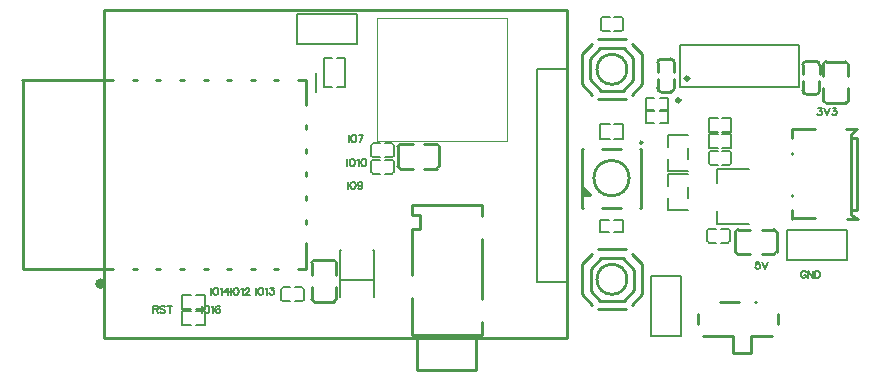
<source format=gto>
G04 Layer: TopSilkscreenLayer*
G04 EasyEDA v6.5.5, 2022-06-30 21:59:10*
G04 844943e940ba41f192d5fd3784e3f5d8,9c416354eb984020824aaf9c885bead6,10*
G04 Gerber Generator version 0.2*
G04 Scale: 100 percent, Rotated: No, Reflected: No *
G04 Dimensions in inches *
G04 leading zeros omitted , absolute positions ,3 integer and 6 decimal *
%FSLAX36Y36*%
%MOIN*%

%ADD10C,0.0100*%
%ADD43C,0.0059*%
%ADD44C,0.0060*%
%ADD45C,0.0080*%
%ADD46C,0.0080*%
%ADD47C,0.0039*%
%ADD48C,0.0197*%
%ADD49C,0.0118*%

%LPD*%
D46*
X714349Y339290D02*
G01*
X714349Y273789D01*
D44*
X2386300Y221199D02*
G01*
X2398800Y221199D01*
X2391999Y212100D01*
X2395399Y212100D01*
X2397600Y210999D01*
X2398800Y209899D01*
X2399899Y206500D01*
X2399899Y204200D01*
X2398800Y200799D01*
X2396499Y198499D01*
X2393100Y197399D01*
X2389700Y197399D01*
X2386300Y198499D01*
X2385100Y199600D01*
X2383999Y201900D01*
X2407399Y221199D02*
G01*
X2416499Y197399D01*
X2425600Y221199D02*
G01*
X2416499Y197399D01*
X2435399Y221199D02*
G01*
X2447899Y221199D01*
X2441000Y212100D01*
X2444499Y212100D01*
X2446700Y210999D01*
X2447899Y209899D01*
X2448999Y206500D01*
X2448999Y204200D01*
X2447899Y200799D01*
X2445600Y198499D01*
X2442200Y197399D01*
X2438800Y197399D01*
X2435399Y198499D01*
X2434200Y199600D01*
X2433100Y201900D01*
X2191599Y-290799D02*
G01*
X2180299Y-290799D01*
X2179099Y-300999D01*
X2180299Y-299899D01*
X2183699Y-298699D01*
X2187100Y-298699D01*
X2190500Y-299899D01*
X2192799Y-302100D01*
X2193900Y-305500D01*
X2193900Y-307800D01*
X2192799Y-311199D01*
X2190500Y-313499D01*
X2187100Y-314600D01*
X2183699Y-314600D01*
X2180299Y-313499D01*
X2179099Y-312399D01*
X2178000Y-310100D01*
X2201400Y-290799D02*
G01*
X2210500Y-314600D01*
X2219600Y-290799D02*
G01*
X2210500Y-314600D01*
X2346999Y-326500D02*
G01*
X2345900Y-324200D01*
X2343599Y-321900D01*
X2341400Y-320799D01*
X2336800Y-320799D01*
X2334499Y-321900D01*
X2332299Y-324200D01*
X2331099Y-326500D01*
X2330000Y-329899D01*
X2330000Y-335500D01*
X2331099Y-339000D01*
X2332299Y-341199D01*
X2334499Y-343499D01*
X2336800Y-344600D01*
X2341400Y-344600D01*
X2343599Y-343499D01*
X2345900Y-341199D01*
X2346999Y-339000D01*
X2346999Y-335500D01*
X2341400Y-335500D02*
G01*
X2346999Y-335500D01*
X2354499Y-320799D02*
G01*
X2354499Y-344600D01*
X2354499Y-320799D02*
G01*
X2370500Y-344600D01*
X2370500Y-320799D02*
G01*
X2370500Y-344600D01*
X2378000Y-320799D02*
G01*
X2378000Y-344600D01*
X2378000Y-320799D02*
G01*
X2385900Y-320799D01*
X2389300Y-321900D01*
X2391599Y-324200D01*
X2392700Y-326500D01*
X2393900Y-329899D01*
X2393900Y-335500D01*
X2392700Y-339000D01*
X2391599Y-341199D01*
X2389300Y-343499D01*
X2385900Y-344600D01*
X2378000Y-344600D01*
X821999Y131199D02*
G01*
X821999Y107399D01*
X836300Y131199D02*
G01*
X833999Y130100D01*
X831800Y127800D01*
X830600Y125500D01*
X829499Y122100D01*
X829499Y116500D01*
X830600Y113000D01*
X831800Y110799D01*
X833999Y108499D01*
X836300Y107399D01*
X840900Y107399D01*
X843100Y108499D01*
X845399Y110799D01*
X846499Y113000D01*
X847700Y116500D01*
X847700Y122100D01*
X846499Y125500D01*
X845399Y127800D01*
X843100Y130100D01*
X840900Y131199D01*
X836300Y131199D01*
X871099Y131199D02*
G01*
X859700Y107399D01*
X855200Y131199D02*
G01*
X871099Y131199D01*
X820000Y-24800D02*
G01*
X820000Y-48600D01*
X834300Y-24800D02*
G01*
X831999Y-25900D01*
X829799Y-28200D01*
X828599Y-30500D01*
X827500Y-33899D01*
X827500Y-39499D01*
X828599Y-43000D01*
X829799Y-45199D01*
X831999Y-47500D01*
X834300Y-48600D01*
X838900Y-48600D01*
X841099Y-47500D01*
X843400Y-45199D01*
X844499Y-43000D01*
X845699Y-39499D01*
X845699Y-33899D01*
X844499Y-30500D01*
X843400Y-28200D01*
X841099Y-25900D01*
X838900Y-24800D01*
X834300Y-24800D01*
X868000Y-32699D02*
G01*
X866800Y-36100D01*
X864499Y-38400D01*
X861099Y-39499D01*
X860000Y-39499D01*
X856599Y-38400D01*
X854300Y-36100D01*
X853199Y-32699D01*
X853199Y-31599D01*
X854300Y-28200D01*
X856599Y-25900D01*
X860000Y-24800D01*
X861099Y-24800D01*
X864499Y-25900D01*
X866800Y-28200D01*
X868000Y-32699D01*
X868000Y-38400D01*
X866800Y-44099D01*
X864499Y-47500D01*
X861099Y-48600D01*
X858900Y-48600D01*
X855500Y-47500D01*
X854300Y-45199D01*
X818000Y51199D02*
G01*
X818000Y27399D01*
X832299Y51199D02*
G01*
X830000Y50100D01*
X827799Y47800D01*
X826599Y45500D01*
X825500Y42100D01*
X825500Y36500D01*
X826599Y33000D01*
X827799Y30799D01*
X830000Y28499D01*
X832299Y27399D01*
X836899Y27399D01*
X839099Y28499D01*
X841400Y30799D01*
X842500Y33000D01*
X843699Y36500D01*
X843699Y42100D01*
X842500Y45500D01*
X841400Y47800D01*
X839099Y50100D01*
X836899Y51199D01*
X832299Y51199D01*
X851199Y46700D02*
G01*
X853500Y47800D01*
X856899Y51199D01*
X856899Y27399D01*
X871199Y51199D02*
G01*
X867799Y50100D01*
X865500Y46700D01*
X864399Y40999D01*
X864399Y37600D01*
X865500Y31900D01*
X867799Y28499D01*
X871199Y27399D01*
X873500Y27399D01*
X876899Y28499D01*
X879099Y31900D01*
X880299Y37600D01*
X880299Y40999D01*
X879099Y46700D01*
X876899Y50100D01*
X873500Y51199D01*
X871199Y51199D01*
X430000Y-378800D02*
G01*
X430000Y-402600D01*
X444299Y-378800D02*
G01*
X441999Y-379899D01*
X439800Y-382199D01*
X438600Y-384499D01*
X437500Y-387899D01*
X437500Y-393499D01*
X438600Y-396999D01*
X439800Y-399200D01*
X441999Y-401500D01*
X444299Y-402600D01*
X448899Y-402600D01*
X451100Y-401500D01*
X453400Y-399200D01*
X454499Y-396999D01*
X455700Y-393499D01*
X455700Y-387899D01*
X454499Y-384499D01*
X453400Y-382199D01*
X451100Y-379899D01*
X448899Y-378800D01*
X444299Y-378800D01*
X463200Y-383299D02*
G01*
X465500Y-382199D01*
X468899Y-378800D01*
X468899Y-402600D01*
X477500Y-384499D02*
G01*
X477500Y-383299D01*
X478600Y-380999D01*
X479800Y-379899D01*
X481999Y-378800D01*
X486599Y-378800D01*
X488899Y-379899D01*
X490000Y-380999D01*
X491100Y-383299D01*
X491100Y-385599D01*
X490000Y-387899D01*
X487699Y-391300D01*
X476399Y-402600D01*
X492300Y-402600D01*
X511999Y-377800D02*
G01*
X511999Y-401599D01*
X526300Y-377800D02*
G01*
X524000Y-378899D01*
X521799Y-381199D01*
X520599Y-383499D01*
X519499Y-386900D01*
X519499Y-392500D01*
X520599Y-395999D01*
X521799Y-398200D01*
X524000Y-400500D01*
X526300Y-401599D01*
X530900Y-401599D01*
X533099Y-400500D01*
X535399Y-398200D01*
X536500Y-395999D01*
X537699Y-392500D01*
X537699Y-386900D01*
X536500Y-383499D01*
X535399Y-381199D01*
X533099Y-378899D01*
X530900Y-377800D01*
X526300Y-377800D01*
X545199Y-382300D02*
G01*
X547500Y-381199D01*
X550900Y-377800D01*
X550900Y-401599D01*
X560599Y-377800D02*
G01*
X573099Y-377800D01*
X566300Y-386900D01*
X569699Y-386900D01*
X571999Y-388000D01*
X573099Y-389099D01*
X574299Y-392500D01*
X574299Y-394800D01*
X573099Y-398200D01*
X570900Y-400500D01*
X567500Y-401599D01*
X564000Y-401599D01*
X560599Y-400500D01*
X559499Y-399400D01*
X558400Y-397100D01*
X361999Y-377800D02*
G01*
X361999Y-401599D01*
X376300Y-377800D02*
G01*
X374000Y-378899D01*
X371799Y-381199D01*
X370599Y-383499D01*
X369499Y-386900D01*
X369499Y-392500D01*
X370599Y-395999D01*
X371799Y-398200D01*
X374000Y-400500D01*
X376300Y-401599D01*
X380900Y-401599D01*
X383099Y-400500D01*
X385399Y-398200D01*
X386500Y-395999D01*
X387699Y-392500D01*
X387699Y-386900D01*
X386500Y-383499D01*
X385399Y-381199D01*
X383099Y-378899D01*
X380900Y-377800D01*
X376300Y-377800D01*
X395199Y-382300D02*
G01*
X397500Y-381199D01*
X400900Y-377800D01*
X400900Y-401599D01*
X419699Y-377800D02*
G01*
X408400Y-393699D01*
X425399Y-393699D01*
X419699Y-377800D02*
G01*
X419699Y-401599D01*
X331999Y-438800D02*
G01*
X331999Y-462600D01*
X346300Y-438800D02*
G01*
X344000Y-439899D01*
X341799Y-442199D01*
X340599Y-444499D01*
X339499Y-447899D01*
X339499Y-453499D01*
X340599Y-456999D01*
X341799Y-459200D01*
X344000Y-461500D01*
X346300Y-462600D01*
X350900Y-462600D01*
X353099Y-461500D01*
X355399Y-459200D01*
X356500Y-456999D01*
X357699Y-453499D01*
X357699Y-447899D01*
X356500Y-444499D01*
X355399Y-442199D01*
X353099Y-439899D01*
X350900Y-438800D01*
X346300Y-438800D01*
X365199Y-443299D02*
G01*
X367500Y-442199D01*
X370900Y-438800D01*
X370900Y-462600D01*
X391999Y-442199D02*
G01*
X390900Y-439899D01*
X387500Y-438800D01*
X385199Y-438800D01*
X381799Y-439899D01*
X379499Y-443299D01*
X378400Y-449000D01*
X378400Y-454699D01*
X379499Y-459200D01*
X381799Y-461500D01*
X385199Y-462600D01*
X386300Y-462600D01*
X389699Y-461500D01*
X391999Y-459200D01*
X393099Y-455799D01*
X393099Y-454699D01*
X391999Y-451300D01*
X389699Y-449000D01*
X386300Y-447899D01*
X385199Y-447899D01*
X381799Y-449000D01*
X379499Y-451300D01*
X378400Y-454699D01*
X170999Y-438800D02*
G01*
X170999Y-462600D01*
X170999Y-438800D02*
G01*
X181199Y-438800D01*
X184600Y-439899D01*
X185799Y-440999D01*
X186900Y-443299D01*
X186900Y-445599D01*
X185799Y-447899D01*
X184600Y-449000D01*
X181199Y-450100D01*
X170999Y-450100D01*
X179000Y-450100D02*
G01*
X186900Y-462600D01*
X210300Y-442199D02*
G01*
X208000Y-439899D01*
X204600Y-438800D01*
X200100Y-438800D01*
X196700Y-439899D01*
X194400Y-442199D01*
X194400Y-444499D01*
X195500Y-446700D01*
X196700Y-447899D01*
X199000Y-449000D01*
X205799Y-451300D01*
X208000Y-452399D01*
X209200Y-453499D01*
X210300Y-455799D01*
X210300Y-459200D01*
X208000Y-461500D01*
X204600Y-462600D01*
X200100Y-462600D01*
X196700Y-461500D01*
X194400Y-459200D01*
X225799Y-438800D02*
G01*
X225799Y-462600D01*
X217800Y-438800D02*
G01*
X233699Y-438800D01*
G36*
X788880Y-393900D02*
G01*
X788880Y-411900D01*
X797220Y-411900D01*
X797220Y-393900D01*
G37*
G36*
X902780Y-393900D02*
G01*
X902780Y-411900D01*
X911120Y-411900D01*
X911120Y-393900D01*
G37*
G36*
X1600120Y-40080D02*
G01*
X1600120Y-63720D01*
X1604040Y-67640D01*
X1627680Y-67640D01*
G37*
D10*
X1268109Y-535475D02*
G01*
X1031890Y-535475D01*
X1031890Y-102406D02*
G01*
X1268109Y-102404D01*
X1248424Y-535475D02*
G01*
X1248424Y-653584D01*
X1248424Y-653584D02*
G01*
X1051575Y-653584D01*
X1051575Y-535475D02*
G01*
X1051575Y-653584D01*
X1031899Y-181174D02*
G01*
X1059399Y-181174D01*
X1059399Y-133874D01*
X1031899Y-133874D01*
X1031899Y-102375D01*
X1268109Y-535475D02*
G01*
X1268109Y-491424D01*
X1268109Y-414169D02*
G01*
X1268109Y-215835D01*
X1268109Y-138580D02*
G01*
X1268109Y-102404D01*
X1031890Y-535475D02*
G01*
X1031890Y-412685D01*
X1031890Y-335430D02*
G01*
X1031890Y-181174D01*
D43*
X642085Y-423625D02*
G01*
X666496Y-423625D01*
X627910Y-423625D02*
G01*
X603503Y-423625D01*
X627910Y-376379D02*
G01*
X603503Y-376379D01*
X597595Y-384252D02*
G01*
X597595Y-415747D01*
X642085Y-376379D02*
G01*
X666496Y-376379D01*
X672399Y-384252D02*
G01*
X672399Y-415747D01*
X597595Y-382287D02*
G01*
X597595Y-384252D01*
X597595Y-417716D02*
G01*
X597595Y-415747D01*
X672399Y-382283D02*
G01*
X672399Y-384252D01*
X672399Y-417721D02*
G01*
X672399Y-415747D01*
X1707084Y476374D02*
G01*
X1731495Y476374D01*
X1692910Y476374D02*
G01*
X1668504Y476374D01*
X1692910Y523620D02*
G01*
X1668504Y523620D01*
X1662595Y515747D02*
G01*
X1662595Y484252D01*
X1707084Y523620D02*
G01*
X1731495Y523620D01*
X1737399Y515747D02*
G01*
X1737399Y484252D01*
X1662595Y517712D02*
G01*
X1662595Y515747D01*
X1662595Y482283D02*
G01*
X1662595Y484252D01*
X1737399Y517716D02*
G01*
X1737399Y515747D01*
X1737399Y482278D02*
G01*
X1737399Y484252D01*
X942084Y1374D02*
G01*
X966495Y1374D01*
X927910Y1374D02*
G01*
X903504Y1374D01*
X927910Y48620D02*
G01*
X903504Y48620D01*
X897595Y40747D02*
G01*
X897595Y9252D01*
X942084Y48620D02*
G01*
X966495Y48620D01*
X972399Y40747D02*
G01*
X972399Y9252D01*
X897595Y42712D02*
G01*
X897595Y40747D01*
X897595Y7283D02*
G01*
X897595Y9252D01*
X972399Y42716D02*
G01*
X972399Y40747D01*
X972399Y7278D02*
G01*
X972399Y9252D01*
X2062084Y-228625D02*
G01*
X2086495Y-228625D01*
X2047910Y-228625D02*
G01*
X2023504Y-228625D01*
X2047910Y-181379D02*
G01*
X2023504Y-181379D01*
X2017595Y-189252D02*
G01*
X2017595Y-220747D01*
X2062084Y-181379D02*
G01*
X2086495Y-181379D01*
X2092399Y-189252D02*
G01*
X2092399Y-220747D01*
X2017595Y-187287D02*
G01*
X2017595Y-189252D01*
X2017595Y-222716D02*
G01*
X2017595Y-220747D01*
X2092399Y-187283D02*
G01*
X2092399Y-189252D01*
X2092399Y-222721D02*
G01*
X2092399Y-220747D01*
X2067084Y31374D02*
G01*
X2091495Y31374D01*
X2052910Y31374D02*
G01*
X2028504Y31374D01*
X2052910Y78620D02*
G01*
X2028504Y78620D01*
X2022595Y70747D02*
G01*
X2022595Y39252D01*
X2067084Y78620D02*
G01*
X2091495Y78620D01*
X2097399Y70747D02*
G01*
X2097399Y39252D01*
X2022595Y72712D02*
G01*
X2022595Y70747D01*
X2022595Y37283D02*
G01*
X2022595Y39252D01*
X2097399Y72716D02*
G01*
X2097399Y70747D01*
X2097399Y37278D02*
G01*
X2097399Y39252D01*
D10*
X771496Y-423899D02*
G01*
X708503Y-423899D01*
X771496Y-286100D02*
G01*
X708503Y-286102D01*
X699054Y-374684D02*
G01*
X699054Y-416023D01*
X780945Y-374684D02*
G01*
X780945Y-416023D01*
X699054Y-335315D02*
G01*
X699054Y-293976D01*
X780945Y-335315D02*
G01*
X780945Y-293976D01*
X772281Y-286100D02*
G01*
X771496Y-286100D01*
X773068Y-286100D02*
G01*
X771496Y-286100D01*
X706930Y-286102D02*
G01*
X708503Y-286102D01*
X773068Y-423899D02*
G01*
X771496Y-423899D01*
X706930Y-423899D02*
G01*
X708503Y-423899D01*
X986100Y28503D02*
G01*
X986100Y91496D01*
X1123899Y28503D02*
G01*
X1123897Y91496D01*
X1035315Y100945D02*
G01*
X993977Y100945D01*
X1035315Y19054D02*
G01*
X993977Y19054D01*
X1074684Y100945D02*
G01*
X1116022Y100945D01*
X1074684Y19054D02*
G01*
X1116022Y19054D01*
X1123899Y27719D02*
G01*
X1123899Y28503D01*
X1123899Y26930D02*
G01*
X1123899Y28503D01*
X1123897Y93069D02*
G01*
X1123897Y91496D01*
X986100Y26930D02*
G01*
X986100Y28503D01*
X986100Y93069D02*
G01*
X986100Y91496D01*
X2111100Y-256496D02*
G01*
X2111100Y-193503D01*
X2248899Y-256496D02*
G01*
X2248897Y-193503D01*
X2160315Y-184054D02*
G01*
X2118977Y-184054D01*
X2160315Y-265945D02*
G01*
X2118977Y-265945D01*
X2199684Y-184054D02*
G01*
X2241022Y-184054D01*
X2199684Y-265945D02*
G01*
X2241022Y-265945D01*
X2248899Y-257280D02*
G01*
X2248899Y-256496D01*
X2248899Y-258069D02*
G01*
X2248899Y-256496D01*
X2248897Y-191930D02*
G01*
X2248897Y-193503D01*
X2111100Y-258069D02*
G01*
X2111100Y-256496D01*
X2111100Y-191930D02*
G01*
X2111100Y-193503D01*
X2414503Y375898D02*
G01*
X2477496Y375898D01*
X2414503Y238101D02*
G01*
X2477497Y238101D01*
X2486944Y326685D02*
G01*
X2486944Y368022D01*
X2405055Y326685D02*
G01*
X2405055Y368022D01*
X2486944Y287314D02*
G01*
X2486944Y245976D01*
X2405055Y287314D02*
G01*
X2405055Y245976D01*
X2413719Y238101D02*
G01*
X2414503Y238101D01*
X2412930Y238101D02*
G01*
X2414503Y238101D01*
X2479070Y238101D02*
G01*
X2477497Y238101D01*
X2412930Y375898D02*
G01*
X2414503Y375898D01*
X2479068Y375898D02*
G01*
X2477496Y375898D01*
D44*
X908118Y-352728D02*
G01*
X791881Y-352728D01*
X908118Y-253103D02*
G01*
X908118Y-396896D01*
X791881Y-253103D02*
G01*
X791881Y-396896D01*
X908118Y-253103D02*
G01*
X904772Y-253103D01*
X791881Y-253103D02*
G01*
X795227Y-253103D01*
D10*
X1864260Y384724D02*
G01*
X1895757Y384724D01*
X1852061Y341033D02*
G01*
X1852061Y372528D01*
X1907953Y341033D02*
G01*
X1907953Y372528D01*
X1851832Y318360D02*
G01*
X1851832Y286864D01*
X1864031Y274666D02*
G01*
X1895525Y274666D01*
X1907722Y318360D02*
G01*
X1907722Y286864D01*
X2348261Y376725D02*
G01*
X2379758Y376725D01*
X2336062Y333033D02*
G01*
X2336062Y364529D01*
X2391953Y333033D02*
G01*
X2391953Y364529D01*
X2335833Y310360D02*
G01*
X2335833Y278865D01*
X2348031Y266667D02*
G01*
X2379525Y266667D01*
X2391723Y310360D02*
G01*
X2391723Y278865D01*
D43*
X1661602Y119376D02*
G01*
X1661602Y166622D01*
X1691917Y119376D02*
G01*
X1661602Y119376D01*
X1736406Y119376D02*
G01*
X1736406Y166622D01*
X1706091Y119376D02*
G01*
X1736406Y119376D01*
X1706091Y166622D02*
G01*
X1736406Y166622D01*
X1691917Y166622D02*
G01*
X1661602Y166622D01*
X2022602Y141377D02*
G01*
X2022602Y188622D01*
X2052917Y141377D02*
G01*
X2022602Y141377D01*
X2097407Y141377D02*
G01*
X2097407Y188622D01*
X2067092Y141377D02*
G01*
X2097407Y141377D01*
X2067092Y188622D02*
G01*
X2097407Y188622D01*
X2052917Y188622D02*
G01*
X2022602Y188622D01*
X267602Y-503622D02*
G01*
X267602Y-456377D01*
X297917Y-503622D02*
G01*
X267602Y-503622D01*
X342406Y-503622D02*
G01*
X342406Y-456377D01*
X312091Y-503622D02*
G01*
X342406Y-503622D01*
X312091Y-456377D02*
G01*
X342406Y-456377D01*
X297917Y-456377D02*
G01*
X267602Y-456377D01*
X267602Y-448622D02*
G01*
X267602Y-401377D01*
X297917Y-448622D02*
G01*
X267602Y-448622D01*
X342406Y-448622D02*
G01*
X342406Y-401377D01*
X312091Y-448622D02*
G01*
X342406Y-448622D01*
X312091Y-401377D02*
G01*
X342406Y-401377D01*
X297917Y-401377D02*
G01*
X267602Y-401377D01*
D45*
X1930000Y-540000D02*
G01*
X1930000Y-415000D01*
D46*
X1930000Y-540000D02*
G01*
X1830000Y-540000D01*
X1830000Y-340000D01*
X1930000Y-340000D01*
X1930000Y-415000D01*
X1550000Y275000D02*
G01*
X1550000Y350000D01*
X1450000Y350000D01*
X1450000Y-360000D01*
X1550000Y-360000D01*
X1550000Y-250000D01*
D45*
X1550000Y-250000D02*
G01*
X1550000Y275000D01*
D10*
X6156Y-314960D02*
G01*
X6156Y315001D01*
X-264765Y1D02*
G01*
X-264765Y315001D01*
X37157Y315001D02*
G01*
X-265001Y315001D01*
X115898Y315001D02*
G01*
X102602Y315001D01*
X194637Y315001D02*
G01*
X181341Y315001D01*
X273377Y315001D02*
G01*
X260082Y315001D01*
X352118Y315001D02*
G01*
X338822Y315001D01*
X430859Y315001D02*
G01*
X417563Y315001D01*
X509598Y315001D02*
G01*
X496302Y315001D01*
X588339Y315001D02*
G01*
X575043Y315001D01*
X679998Y229573D02*
G01*
X679998Y315001D01*
X653782Y315001D01*
X679998Y150832D02*
G01*
X679998Y164128D01*
X679998Y72092D02*
G01*
X679998Y85389D01*
X679998Y-6648D02*
G01*
X679998Y6649D01*
X679998Y-85387D02*
G01*
X679998Y-72091D01*
X679998Y-164128D02*
G01*
X679998Y-150832D01*
X653782Y-314960D02*
G01*
X679998Y-314960D01*
X679998Y-229571D01*
X575043Y-314960D02*
G01*
X588339Y-314960D01*
X496302Y-314960D02*
G01*
X509598Y-314960D01*
X417563Y-314960D02*
G01*
X430859Y-314960D01*
X338822Y-314960D02*
G01*
X352118Y-314960D01*
X260082Y-314960D02*
G01*
X273377Y-314960D01*
X181341Y-314960D02*
G01*
X194637Y-314960D01*
X102602Y-314960D02*
G01*
X115898Y-314960D01*
X-264765Y1D02*
G01*
X-264765Y-314960D01*
X37157Y-314960D01*
D46*
X850000Y535000D02*
G01*
X850000Y435000D01*
X650000Y435000D01*
X650000Y535000D01*
X725000Y535000D01*
D45*
X850000Y535000D02*
G01*
X725000Y535000D01*
D44*
X1953806Y130086D02*
G01*
X1886193Y130086D01*
X1886193Y89472D01*
X1953806Y9913D02*
G01*
X1886193Y9913D01*
X1886193Y50527D01*
X1953806Y87928D02*
G01*
X1953806Y52071D01*
X1953806Y86D02*
G01*
X1886193Y86D01*
X1886193Y-40527D01*
X1953806Y-120086D02*
G01*
X1886193Y-120086D01*
X1886193Y-79472D01*
X1953806Y-42071D02*
G01*
X1953806Y-77928D01*
X1858905Y209630D02*
G01*
X1887174Y209630D01*
X1887174Y170369D01*
X1858905Y170369D01*
X1841094Y209630D02*
G01*
X1812825Y209630D01*
X1812825Y170369D01*
X1841094Y170369D01*
X1858905Y254630D02*
G01*
X1887174Y254630D01*
X1887174Y215369D01*
X1858905Y215369D01*
X1841094Y254630D02*
G01*
X1812825Y254630D01*
X1812825Y215369D01*
X1841094Y215369D01*
X1707444Y-152899D02*
G01*
X1735713Y-152899D01*
X1735713Y-192159D01*
X1707444Y-192159D01*
X1689633Y-152899D02*
G01*
X1661364Y-152899D01*
X1661364Y-192159D01*
X1689633Y-192159D01*
D10*
X2253858Y-498611D02*
G01*
X2253858Y-465630D01*
X2122709Y-425630D02*
G01*
X2058625Y-425630D01*
X2176343Y-425630D02*
G01*
X2181764Y-425630D01*
X2176343Y-425630D01*
X2090473Y-425630D02*
G01*
X2122709Y-425630D01*
X1986141Y-498611D02*
G01*
X1986141Y-465630D01*
X2103001Y-537833D02*
G01*
X2005083Y-537833D01*
X2163306Y-537833D02*
G01*
X2234913Y-537833D01*
X2103001Y-596167D02*
G01*
X2103001Y-537833D01*
X2163306Y-596167D02*
G01*
X2163306Y-537833D01*
X2103001Y-596167D02*
G01*
X2163306Y-596167D01*
X1770900Y389400D02*
G01*
X1770900Y314600D01*
X1735399Y279099D01*
X1664600Y279099D01*
X1625200Y318499D01*
X1625200Y385399D01*
X1660699Y420900D01*
X1739399Y420900D01*
X1770900Y389400D01*
X1800399Y299800D02*
G01*
X1765160Y264560D01*
X1746000Y249600D02*
G01*
X1653999Y249600D01*
X1634839Y264560D02*
G01*
X1599600Y299800D01*
X1746000Y450399D02*
G01*
X1653999Y450399D01*
X1634839Y435439D02*
G01*
X1599600Y400199D01*
X1800399Y400199D02*
G01*
X1765160Y435439D01*
X1599600Y400199D02*
G01*
X1599600Y299800D01*
X1800399Y400199D02*
G01*
X1800399Y299800D01*
X1629099Y-389400D02*
G01*
X1629099Y-314600D01*
X1664600Y-279099D01*
X1735399Y-279099D01*
X1774799Y-318499D01*
X1774799Y-385399D01*
X1739300Y-420900D01*
X1660600Y-420900D01*
X1629099Y-389400D01*
X1599600Y-299800D02*
G01*
X1634839Y-264560D01*
X1653999Y-249600D02*
G01*
X1746000Y-249600D01*
X1765160Y-264560D02*
G01*
X1800399Y-299800D01*
X1653999Y-450399D02*
G01*
X1746000Y-450399D01*
X1765160Y-435439D02*
G01*
X1800399Y-400199D01*
X1599600Y-400199D02*
G01*
X1634839Y-435439D01*
X1800399Y-400199D02*
G01*
X1800399Y-299800D01*
X1599600Y-400199D02*
G01*
X1599600Y-299800D01*
D44*
X1925150Y290259D02*
G01*
X1925150Y429740D01*
X2324849Y429740D01*
X2324849Y290259D01*
X1925150Y290259D01*
X2155754Y-166577D02*
G01*
X2051331Y-166577D01*
X2051331Y-121347D01*
X2155754Y16586D02*
G01*
X2051331Y16586D01*
X2051331Y-28641D01*
D10*
X2497557Y-118110D02*
G01*
X2517242Y-118110D01*
X2518424Y121653D01*
X2497557Y122046D01*
X2377879Y-146957D02*
G01*
X2371006Y-146923D01*
X2497557Y-118110D02*
G01*
X2498344Y-135826D01*
X2518818Y-147638D01*
X2481819Y-147458D01*
X2377893Y-147046D02*
G01*
X2369714Y-146900D01*
X2497557Y-118110D02*
G01*
X2497557Y122046D01*
X2497557Y133858D01*
X2517242Y149605D01*
X2481388Y149605D01*
X2377893Y-147046D02*
G01*
X2300708Y-145668D01*
X2300591Y120306D02*
G01*
X2300708Y149605D01*
X2378391Y149605D01*
X2300384Y68155D02*
G01*
X2300394Y70826D01*
X2299831Y-71401D02*
G01*
X2299844Y-68153D01*
X2299526Y-148031D02*
G01*
X2299641Y-119340D01*
X1627673Y-67647D02*
G01*
X1600113Y-67647D01*
X1600113Y-67647D01*
X1600113Y-40086D01*
X1627682Y-67647D01*
X1796966Y85898D02*
G01*
X1796966Y-110952D01*
X1668240Y85898D02*
G01*
X1728841Y85898D01*
X1792251Y85898D02*
G01*
X1796966Y85898D01*
X1600115Y85898D02*
G01*
X1604830Y85898D01*
X1600115Y-110952D02*
G01*
X1600115Y85898D01*
X1604830Y-110952D02*
G01*
X1600115Y-110952D01*
X1796966Y-110952D02*
G01*
X1792251Y-110952D01*
X1728841Y-110952D02*
G01*
X1668240Y-110952D01*
D43*
X2022602Y86377D02*
G01*
X2022602Y133622D01*
X2052917Y86377D02*
G01*
X2022602Y86377D01*
X2097407Y86377D02*
G01*
X2097407Y133622D01*
X2067092Y86377D02*
G01*
X2097407Y86377D01*
X2067092Y133622D02*
G01*
X2097407Y133622D01*
X2052917Y133622D02*
G01*
X2022602Y133622D01*
D44*
X781890Y291630D02*
G01*
X810771Y291630D01*
X810771Y388368D01*
X781890Y388368D01*
X768110Y291630D02*
G01*
X739229Y291630D01*
X739229Y388368D01*
X768110Y388368D01*
D10*
X1550000Y546849D02*
G01*
X1550000Y-546849D01*
X5909Y-546849D01*
X5909Y546849D01*
X1550000Y546849D01*
D45*
X2285000Y-285000D02*
G01*
X2410000Y-285000D01*
D46*
X2285000Y-285000D02*
G01*
X2285000Y-185000D01*
X2485000Y-185000D01*
X2485000Y-285000D01*
X2410000Y-285000D01*
D43*
X942084Y56374D02*
G01*
X966495Y56374D01*
X927910Y56374D02*
G01*
X903504Y56374D01*
X927910Y103620D02*
G01*
X903504Y103620D01*
X897595Y95747D02*
G01*
X897595Y64252D01*
X942084Y103620D02*
G01*
X966495Y103620D01*
X972399Y95747D02*
G01*
X972399Y64252D01*
X897595Y97712D02*
G01*
X897595Y95747D01*
X897595Y62283D02*
G01*
X897595Y64252D01*
X972399Y97716D02*
G01*
X972399Y95747D01*
X972399Y62278D02*
G01*
X972399Y64252D01*
D47*
X915780Y521460D02*
G01*
X1348850Y521460D01*
X1348850Y112020D01*
X915780Y112020D01*
X915780Y521460D01*
D43*
G75*
G01*
X603504Y-376379D02*
G03*
X597595Y-382288I0J-5909D01*
G75*
G01*
X603504Y-423625D02*
G02*
X597595Y-417716I0J5909D01*
G75*
G01*
X666496Y-376379D02*
G02*
X672400Y-382283I0J-5904D01*
G75*
G01*
X666496Y-423625D02*
G03*
X672400Y-417721I0J5904D01*
G75*
G01*
X1668504Y523621D02*
G03*
X1662595Y517712I0J-5909D01*
G75*
G01*
X1668504Y476375D02*
G02*
X1662595Y482284I0J5909D01*
G75*
G01*
X1731496Y523621D02*
G02*
X1737400Y517717I0J-5904D01*
G75*
G01*
X1731496Y476375D02*
G03*
X1737400Y482279I0J5904D01*
G75*
G01*
X903504Y48621D02*
G03*
X897595Y42712I0J-5909D01*
G75*
G01*
X903504Y1375D02*
G02*
X897595Y7284I0J5909D01*
G75*
G01*
X966496Y48621D02*
G02*
X972400Y42717I0J-5904D01*
G75*
G01*
X966496Y1375D02*
G03*
X972400Y7279I0J5904D01*
G75*
G01*
X2023504Y-181379D02*
G03*
X2017595Y-187288I0J-5909D01*
G75*
G01*
X2023504Y-228625D02*
G02*
X2017595Y-222716I0J5909D01*
G75*
G01*
X2086496Y-181379D02*
G02*
X2092400Y-187283I0J-5904D01*
G75*
G01*
X2086496Y-228625D02*
G03*
X2092400Y-222721I0J5904D01*
G75*
G01*
X2028504Y78621D02*
G03*
X2022595Y72712I0J-5909D01*
G75*
G01*
X2028504Y31375D02*
G02*
X2022595Y37284I0J5909D01*
G75*
G01*
X2091496Y78621D02*
G02*
X2097400Y72717I0J-5904D01*
G75*
G01*
X2091496Y31375D02*
G03*
X2097400Y37279I0J5904D01*
D10*
G75*
G01*
X780945Y-293977D02*
G03*
X773069Y-286101I-7876J0D01*
G75*
G01*
X699055Y-293977D02*
G02*
X706930Y-286102I7875J0D01*
G75*
G01*
X780945Y-416023D02*
G02*
X773069Y-423899I-7876J0D01*
G75*
G01*
X699055Y-416023D02*
G03*
X706931Y-423899I7876J0D01*
G75*
G01*
X1116023Y19055D02*
G03*
X1123899Y26931I0J7876D01*
G75*
G01*
X1116023Y100945D02*
G02*
X1123898Y93070I0J-7875D01*
G75*
G01*
X993977Y19055D02*
G02*
X986101Y26931I0J7876D01*
G75*
G01*
X993977Y100945D02*
G03*
X986101Y93069I0J-7876D01*
G75*
G01*
X2241023Y-265945D02*
G03*
X2248899Y-258069I0J7876D01*
G75*
G01*
X2241023Y-184055D02*
G02*
X2248898Y-191930I0J-7875D01*
G75*
G01*
X2118977Y-265945D02*
G02*
X2111101Y-258069I0J7876D01*
G75*
G01*
X2118977Y-184055D02*
G03*
X2111101Y-191931I0J-7876D01*
G75*
G01*
X2405055Y245977D02*
G03*
X2412931Y238101I7876J0D01*
G75*
G01*
X2486945Y245977D02*
G02*
X2479070Y238102I-7875J0D01*
G75*
G01*
X2405055Y368023D02*
G02*
X2412931Y375899I7876J0D01*
G75*
G01*
X2486945Y368023D02*
G03*
X2479069Y375899I-7876J0D01*
G75*
G01*
X1864031Y274665D02*
G02*
X1851833Y286863I0J12198D01*
G75*
G01*
X1907725Y286863D02*
G02*
X1895526Y274665I-12198J0D01*
G75*
G01*
X1852062Y372527D02*
G02*
X1864261Y384725I12198J0D01*
G75*
G01*
X1895756Y384725D02*
G02*
X1907954Y372527I0J-12198D01*
G75*
G01*
X2348031Y266665D02*
G02*
X2335833Y278863I0J12198D01*
G75*
G01*
X2391725Y278863D02*
G02*
X2379526Y266665I-12198J0D01*
G75*
G01*
X2336062Y364527D02*
G02*
X2348261Y376725I12198J0D01*
G75*
G01*
X2379756Y376725D02*
G02*
X2391954Y364527I0J-12198D01*
D43*
G75*
G01*
X903504Y103621D02*
G03*
X897595Y97712I0J-5909D01*
G75*
G01*
X903504Y56375D02*
G02*
X897595Y62284I0J5909D01*
G75*
G01*
X966496Y103621D02*
G02*
X972400Y97717I0J-5904D01*
G75*
G01*
X966496Y56375D02*
G03*
X972400Y62279I0J5904D01*
D48*
G75*
G01
X2870Y-365000D02*
G03X2870Y-365000I-7870J0D01*
D10*
G75*
G01
X1750200Y350000D02*
G03X1750200Y350000I-50200J0D01*
G75*
G01
X1750200Y-350000D02*
G03X1750200Y-350000I-50200J0D01*
D49*
G75*
G01
X1955910Y319880D02*
G03X1955910Y319880I-5910J0D01*
G75*
G01
X1927080Y246910D02*
G03X1927080Y246910I-5910J0D01*
D10*
G75*
G01
X1757600Y-12550D02*
G03X1757600Y-12550I-59060J0D01*
G75*
G01
X1800900Y105580D02*
G03X1800900Y105580I-3940J0D01*
M02*

</source>
